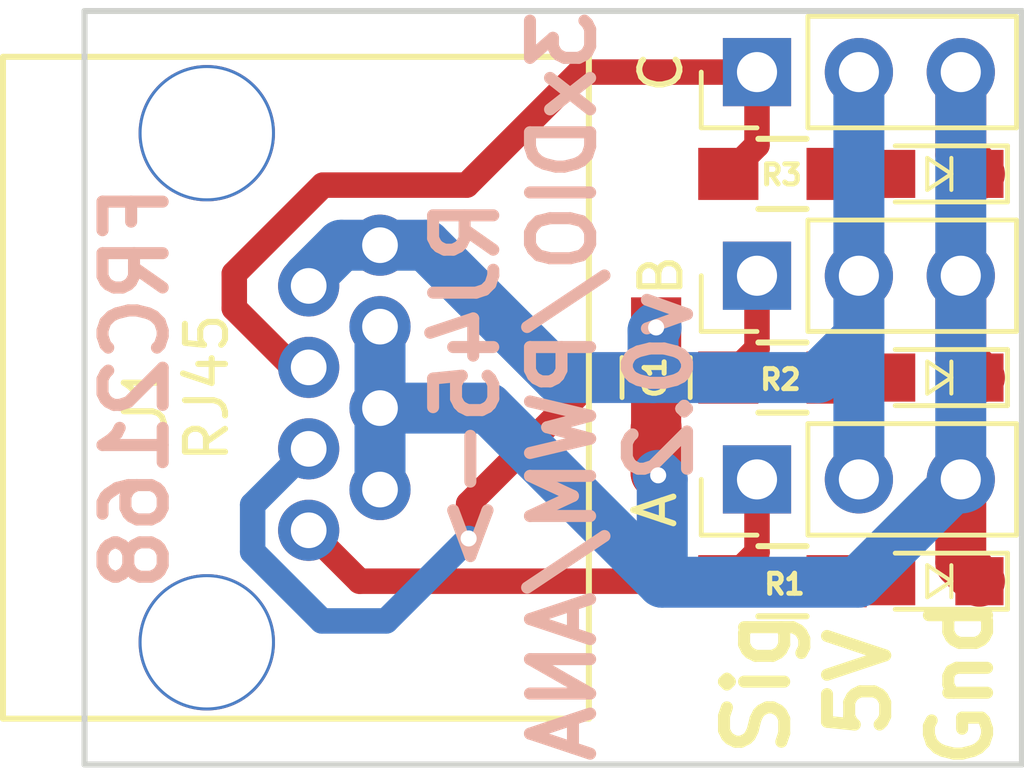
<source format=kicad_pcb>
(kicad_pcb (version 4) (host pcbnew 4.0.5)

  (general
    (links 23)
    (no_connects 0)
    (area 127.940999 89.840999 151.459001 108.787001)
    (thickness 1.6)
    (drawings 9)
    (tracks 65)
    (zones 0)
    (modules 11)
    (nets 9)
  )

  (page A4)
  (layers
    (0 F.Cu signal)
    (31 B.Cu signal)
    (32 B.Adhes user)
    (33 F.Adhes user)
    (34 B.Paste user)
    (35 F.Paste user)
    (36 B.SilkS user)
    (37 F.SilkS user)
    (38 B.Mask user)
    (39 F.Mask user)
    (40 Dwgs.User user)
    (41 Cmts.User user)
    (42 Eco1.User user)
    (43 Eco2.User user)
    (44 Edge.Cuts user)
    (45 Margin user)
    (46 B.CrtYd user)
    (47 F.CrtYd user)
    (48 B.Fab user)
    (49 F.Fab user)
  )

  (setup
    (last_trace_width 0.25)
    (trace_clearance 0.2)
    (zone_clearance 0.508)
    (zone_45_only no)
    (trace_min 0.2)
    (segment_width 0.2)
    (edge_width 0.15)
    (via_size 0.6)
    (via_drill 0.4)
    (via_min_size 0.4)
    (via_min_drill 0.3)
    (uvia_size 0.3)
    (uvia_drill 0.1)
    (uvias_allowed no)
    (uvia_min_size 0.2)
    (uvia_min_drill 0.1)
    (pcb_text_width 0.3)
    (pcb_text_size 1.5 1.5)
    (mod_edge_width 0.15)
    (mod_text_size 1 1)
    (mod_text_width 0.15)
    (pad_size 1.524 1.524)
    (pad_drill 0.762)
    (pad_to_mask_clearance 0.2)
    (aux_axis_origin 0 0)
    (visible_elements 7FFFFF7F)
    (pcbplotparams
      (layerselection 0x00030_80000001)
      (usegerberextensions false)
      (excludeedgelayer true)
      (linewidth 0.100000)
      (plotframeref false)
      (viasonmask false)
      (mode 1)
      (useauxorigin false)
      (hpglpennumber 1)
      (hpglpenspeed 20)
      (hpglpendiameter 15)
      (hpglpenoverlay 2)
      (psnegative false)
      (psa4output false)
      (plotreference true)
      (plotvalue true)
      (plotinvisibletext false)
      (padsonsilk false)
      (subtractmaskfromsilk false)
      (outputformat 1)
      (mirror false)
      (drillshape 1)
      (scaleselection 1)
      (outputdirectory ""))
  )

  (net 0 "")
  (net 1 C)
  (net 2 A)
  (net 3 B)
  (net 4 GND)
  (net 5 +5V)
  (net 6 "Net-(D1-Pad2)")
  (net 7 "Net-(D2-Pad2)")
  (net 8 "Net-(D3-Pad2)")

  (net_class Default "This is the default net class."
    (clearance 0.2)
    (trace_width 0.25)
    (via_dia 0.6)
    (via_drill 0.4)
    (uvia_dia 0.3)
    (uvia_drill 0.1)
  )

  (net_class Power ""
    (clearance 0.15)
    (trace_width 1.27)
    (via_dia 0.6)
    (via_drill 0.4)
    (uvia_dia 0.3)
    (uvia_drill 0.1)
    (add_net +5V)
    (add_net GND)
  )

  (net_class Signal ""
    (clearance 0.15)
    (trace_width 0.635)
    (via_dia 0.6)
    (via_drill 0.4)
    (uvia_dia 0.3)
    (uvia_drill 0.1)
    (add_net A)
    (add_net B)
    (add_net C)
    (add_net "Net-(D1-Pad2)")
    (add_net "Net-(D2-Pad2)")
    (add_net "Net-(D3-Pad2)")
  )

  (module RJ45:EJ45_RJHSE-5080 (layer F.Cu) (tedit 587A6311) (tstamp 5877212B)
    (at 131.064 92.964 270)
    (path /58772162)
    (fp_text reference J1 (at 6.604 1.524 270) (layer F.SilkS)
      (effects (font (size 1 1) (thickness 0.15)))
    )
    (fp_text value RJ45 (at 6.62178 -8.3312 270) (layer F.Fab)
      (effects (font (size 1 1) (thickness 0.15)))
    )
    (fp_text user RJ45 (at 6.35 0 270) (layer F.SilkS)
      (effects (font (size 1 1) (thickness 0.15)))
    )
    (fp_line (start 14.605 5.08) (end -1.905 5.08) (layer F.SilkS) (width 0.15))
    (fp_line (start -1.905 5.08) (end -1.905 -9.525) (layer F.SilkS) (width 0.15))
    (fp_line (start -1.905 -9.525) (end 14.605 -9.525) (layer F.SilkS) (width 0.15))
    (fp_line (start 14.605 -9.525) (end 14.605 5.08) (layer F.SilkS) (width 0.15))
    (pad 8 thru_hole circle (at 2.794 -4.318 270) (size 1.524 1.524) (drill 0.89) (layers *.Cu *.Mask)
      (net 5 +5V))
    (pad 7 thru_hole circle (at 3.81 -2.54 270) (size 1.524 1.524) (drill 0.89) (layers *.Cu *.Mask)
      (net 5 +5V))
    (pad 6 thru_hole circle (at 4.826 -4.318 270) (size 1.524 1.524) (drill 0.89) (layers *.Cu *.Mask)
      (net 4 GND))
    (pad 4 thru_hole circle (at 6.858 -4.318 270) (size 1.524 1.524) (drill 0.89) (layers *.Cu *.Mask)
      (net 4 GND))
    (pad 2 thru_hole circle (at 8.89 -4.318 270) (size 1.524 1.524) (drill 0.89) (layers *.Cu *.Mask)
      (net 4 GND))
    (pad 5 thru_hole circle (at 5.842 -2.54 270) (size 1.524 1.524) (drill 0.89) (layers *.Cu *.Mask)
      (net 1 C))
    (pad 3 thru_hole circle (at 7.874 -2.54 270) (size 1.524 1.524) (drill 0.89) (layers *.Cu *.Mask)
      (net 3 B))
    (pad 1 thru_hole circle (at 9.906 -2.54 270) (size 1.524 1.524) (drill 0.89) (layers *.Cu *.Mask)
      (net 2 A))
    (pad "" thru_hole circle (at 0 0 270) (size 3.4 3.4) (drill 3.25) (layers *.Cu *.Mask))
    (pad "" thru_hole circle (at 12.7 0 270) (size 3.4 3.4) (drill 3.25) (layers *.Cu *.Mask))
  )

  (module Pin_Headers:Pin_Header_Straight_1x03_Pitch2.54mm (layer F.Cu) (tedit 587A6302) (tstamp 58772132)
    (at 144.78 101.6 90)
    (descr "Through hole straight pin header, 1x03, 2.54mm pitch, single row")
    (tags "Through hole pin header THT 1x03 2.54mm single row")
    (path /58771F0A)
    (fp_text reference A (at -0.762 -2.54 270) (layer F.SilkS)
      (effects (font (size 1 1) (thickness 0.15)))
    )
    (fp_text value CONN_01X03 (at 0 7.47 90) (layer F.Fab) hide
      (effects (font (size 1 1) (thickness 0.15)))
    )
    (fp_line (start -1.27 -1.27) (end -1.27 6.35) (layer F.Fab) (width 0.1))
    (fp_line (start -1.27 6.35) (end 1.27 6.35) (layer F.Fab) (width 0.1))
    (fp_line (start 1.27 6.35) (end 1.27 -1.27) (layer F.Fab) (width 0.1))
    (fp_line (start 1.27 -1.27) (end -1.27 -1.27) (layer F.Fab) (width 0.1))
    (fp_line (start -1.39 1.27) (end -1.39 6.47) (layer F.SilkS) (width 0.12))
    (fp_line (start -1.39 6.47) (end 1.39 6.47) (layer F.SilkS) (width 0.12))
    (fp_line (start 1.39 6.47) (end 1.39 1.27) (layer F.SilkS) (width 0.12))
    (fp_line (start 1.39 1.27) (end -1.39 1.27) (layer F.SilkS) (width 0.12))
    (fp_line (start -1.39 0) (end -1.39 -1.39) (layer F.SilkS) (width 0.12))
    (fp_line (start -1.39 -1.39) (end 0 -1.39) (layer F.SilkS) (width 0.12))
    (fp_line (start -1.6 -1.6) (end -1.6 6.6) (layer F.CrtYd) (width 0.05))
    (fp_line (start -1.6 6.6) (end 1.6 6.6) (layer F.CrtYd) (width 0.05))
    (fp_line (start 1.6 6.6) (end 1.6 -1.6) (layer F.CrtYd) (width 0.05))
    (fp_line (start 1.6 -1.6) (end -1.6 -1.6) (layer F.CrtYd) (width 0.05))
    (pad 1 thru_hole rect (at 0 0 90) (size 1.7 1.7) (drill 1) (layers *.Cu *.Mask)
      (net 2 A))
    (pad 2 thru_hole oval (at 0 2.54 90) (size 1.7 1.7) (drill 1) (layers *.Cu *.Mask)
      (net 5 +5V))
    (pad 3 thru_hole oval (at 0 5.08 90) (size 1.7 1.7) (drill 1) (layers *.Cu *.Mask)
      (net 4 GND))
    (model Pin_Headers.3dshapes/Pin_Header_Straight_1x03_Pitch2.54mm.wrl
      (at (xyz 0 -0.1 0))
      (scale (xyz 1 1 1))
      (rotate (xyz 0 0 90))
    )
  )

  (module Pin_Headers:Pin_Header_Straight_1x03_Pitch2.54mm (layer F.Cu) (tedit 587A6306) (tstamp 58772139)
    (at 144.78 96.52 90)
    (descr "Through hole straight pin header, 1x03, 2.54mm pitch, single row")
    (tags "Through hole pin header THT 1x03 2.54mm single row")
    (path /587720B6)
    (fp_text reference B (at 0 -2.39 270) (layer F.SilkS)
      (effects (font (size 1 1) (thickness 0.15)))
    )
    (fp_text value CONN_01X03 (at 0 7.47 90) (layer F.Fab) hide
      (effects (font (size 1 1) (thickness 0.15)))
    )
    (fp_line (start -1.27 -1.27) (end -1.27 6.35) (layer F.Fab) (width 0.1))
    (fp_line (start -1.27 6.35) (end 1.27 6.35) (layer F.Fab) (width 0.1))
    (fp_line (start 1.27 6.35) (end 1.27 -1.27) (layer F.Fab) (width 0.1))
    (fp_line (start 1.27 -1.27) (end -1.27 -1.27) (layer F.Fab) (width 0.1))
    (fp_line (start -1.39 1.27) (end -1.39 6.47) (layer F.SilkS) (width 0.12))
    (fp_line (start -1.39 6.47) (end 1.39 6.47) (layer F.SilkS) (width 0.12))
    (fp_line (start 1.39 6.47) (end 1.39 1.27) (layer F.SilkS) (width 0.12))
    (fp_line (start 1.39 1.27) (end -1.39 1.27) (layer F.SilkS) (width 0.12))
    (fp_line (start -1.39 0) (end -1.39 -1.39) (layer F.SilkS) (width 0.12))
    (fp_line (start -1.39 -1.39) (end 0 -1.39) (layer F.SilkS) (width 0.12))
    (fp_line (start -1.6 -1.6) (end -1.6 6.6) (layer F.CrtYd) (width 0.05))
    (fp_line (start -1.6 6.6) (end 1.6 6.6) (layer F.CrtYd) (width 0.05))
    (fp_line (start 1.6 6.6) (end 1.6 -1.6) (layer F.CrtYd) (width 0.05))
    (fp_line (start 1.6 -1.6) (end -1.6 -1.6) (layer F.CrtYd) (width 0.05))
    (pad 1 thru_hole rect (at 0 0 90) (size 1.7 1.7) (drill 1) (layers *.Cu *.Mask)
      (net 3 B))
    (pad 2 thru_hole oval (at 0 2.54 90) (size 1.7 1.7) (drill 1) (layers *.Cu *.Mask)
      (net 5 +5V))
    (pad 3 thru_hole oval (at 0 5.08 90) (size 1.7 1.7) (drill 1) (layers *.Cu *.Mask)
      (net 4 GND))
    (model Pin_Headers.3dshapes/Pin_Header_Straight_1x03_Pitch2.54mm.wrl
      (at (xyz 0 -0.1 0))
      (scale (xyz 1 1 1))
      (rotate (xyz 0 0 90))
    )
  )

  (module Pin_Headers:Pin_Header_Straight_1x03_Pitch2.54mm (layer F.Cu) (tedit 587A6308) (tstamp 58772140)
    (at 144.78 91.44 90)
    (descr "Through hole straight pin header, 1x03, 2.54mm pitch, single row")
    (tags "Through hole pin header THT 1x03 2.54mm single row")
    (path /587720E2)
    (fp_text reference C (at 0 -2.39 270) (layer F.SilkS)
      (effects (font (size 1 1) (thickness 0.15)))
    )
    (fp_text value CONN_01X03 (at 0 7.47 90) (layer F.Fab) hide
      (effects (font (size 1 1) (thickness 0.15)))
    )
    (fp_line (start -1.27 -1.27) (end -1.27 6.35) (layer F.Fab) (width 0.1))
    (fp_line (start -1.27 6.35) (end 1.27 6.35) (layer F.Fab) (width 0.1))
    (fp_line (start 1.27 6.35) (end 1.27 -1.27) (layer F.Fab) (width 0.1))
    (fp_line (start 1.27 -1.27) (end -1.27 -1.27) (layer F.Fab) (width 0.1))
    (fp_line (start -1.39 1.27) (end -1.39 6.47) (layer F.SilkS) (width 0.12))
    (fp_line (start -1.39 6.47) (end 1.39 6.47) (layer F.SilkS) (width 0.12))
    (fp_line (start 1.39 6.47) (end 1.39 1.27) (layer F.SilkS) (width 0.12))
    (fp_line (start 1.39 1.27) (end -1.39 1.27) (layer F.SilkS) (width 0.12))
    (fp_line (start -1.39 0) (end -1.39 -1.39) (layer F.SilkS) (width 0.12))
    (fp_line (start -1.39 -1.39) (end 0 -1.39) (layer F.SilkS) (width 0.12))
    (fp_line (start -1.6 -1.6) (end -1.6 6.6) (layer F.CrtYd) (width 0.05))
    (fp_line (start -1.6 6.6) (end 1.6 6.6) (layer F.CrtYd) (width 0.05))
    (fp_line (start 1.6 6.6) (end 1.6 -1.6) (layer F.CrtYd) (width 0.05))
    (fp_line (start 1.6 -1.6) (end -1.6 -1.6) (layer F.CrtYd) (width 0.05))
    (pad 1 thru_hole rect (at 0 0 90) (size 1.7 1.7) (drill 1) (layers *.Cu *.Mask)
      (net 1 C))
    (pad 2 thru_hole oval (at 0 2.54 90) (size 1.7 1.7) (drill 1) (layers *.Cu *.Mask)
      (net 5 +5V))
    (pad 3 thru_hole oval (at 0 5.08 90) (size 1.7 1.7) (drill 1) (layers *.Cu *.Mask)
      (net 4 GND))
    (model Pin_Headers.3dshapes/Pin_Header_Straight_1x03_Pitch2.54mm.wrl
      (at (xyz 0 -0.1 0))
      (scale (xyz 1 1 1))
      (rotate (xyz 0 0 90))
    )
  )

  (module Capacitors_SMD:C_0805_HandSoldering (layer F.Cu) (tedit 587A637E) (tstamp 587A5228)
    (at 142.2654 99.06 270)
    (descr "Capacitor SMD 0805, hand soldering")
    (tags "capacitor 0805")
    (path /587A4F18)
    (attr smd)
    (fp_text reference C1 (at 0 0.0254 270) (layer F.SilkS)
      (effects (font (size 0.5 0.5) (thickness 0.125)))
    )
    (fp_text value C (at 0 1.2954 270) (layer F.SilkS) hide
      (effects (font (size 0.5 0.5) (thickness 0.125)))
    )
    (fp_line (start -1 0.625) (end -1 -0.625) (layer F.Fab) (width 0.1))
    (fp_line (start 1 0.625) (end -1 0.625) (layer F.Fab) (width 0.1))
    (fp_line (start 1 -0.625) (end 1 0.625) (layer F.Fab) (width 0.1))
    (fp_line (start -1 -0.625) (end 1 -0.625) (layer F.Fab) (width 0.1))
    (fp_line (start -2.3 -1) (end 2.3 -1) (layer F.CrtYd) (width 0.05))
    (fp_line (start -2.3 1) (end 2.3 1) (layer F.CrtYd) (width 0.05))
    (fp_line (start -2.3 -1) (end -2.3 1) (layer F.CrtYd) (width 0.05))
    (fp_line (start 2.3 -1) (end 2.3 1) (layer F.CrtYd) (width 0.05))
    (fp_line (start 0.5 -0.85) (end -0.5 -0.85) (layer F.SilkS) (width 0.12))
    (fp_line (start -0.5 0.85) (end 0.5 0.85) (layer F.SilkS) (width 0.12))
    (pad 1 smd rect (at -1.25 0 270) (size 1.5 1.25) (layers F.Cu F.Paste F.Mask)
      (net 5 +5V))
    (pad 2 smd rect (at 1.25 0 270) (size 1.5 1.25) (layers F.Cu F.Paste F.Mask)
      (net 4 GND))
    (model Capacitors_SMD.3dshapes/C_0805_HandSoldering.wrl
      (at (xyz 0 0 0))
      (scale (xyz 1 1 1))
      (rotate (xyz 0 0 0))
    )
  )

  (module Resistors_SMD:R_0805_HandSoldering (layer F.Cu) (tedit 587A5835) (tstamp 587A5240)
    (at 145.415 104.14 180)
    (descr "Resistor SMD 0805, hand soldering")
    (tags "resistor 0805")
    (path /587A5150)
    (attr smd)
    (fp_text reference R1 (at -0.0508 -0.0762 180) (layer F.SilkS)
      (effects (font (size 0.5 0.5) (thickness 0.125)))
    )
    (fp_text value R (at 0 2.1 180) (layer F.Fab) hide
      (effects (font (size 1 1) (thickness 0.15)))
    )
    (fp_line (start -1 0.625) (end -1 -0.625) (layer F.Fab) (width 0.1))
    (fp_line (start 1 0.625) (end -1 0.625) (layer F.Fab) (width 0.1))
    (fp_line (start 1 -0.625) (end 1 0.625) (layer F.Fab) (width 0.1))
    (fp_line (start -1 -0.625) (end 1 -0.625) (layer F.Fab) (width 0.1))
    (fp_line (start -2.4 -1) (end 2.4 -1) (layer F.CrtYd) (width 0.05))
    (fp_line (start -2.4 1) (end 2.4 1) (layer F.CrtYd) (width 0.05))
    (fp_line (start -2.4 -1) (end -2.4 1) (layer F.CrtYd) (width 0.05))
    (fp_line (start 2.4 -1) (end 2.4 1) (layer F.CrtYd) (width 0.05))
    (fp_line (start 0.6 0.875) (end -0.6 0.875) (layer F.SilkS) (width 0.15))
    (fp_line (start -0.6 -0.875) (end 0.6 -0.875) (layer F.SilkS) (width 0.15))
    (pad 1 smd rect (at -1.35 0 180) (size 1.5 1.3) (layers F.Cu F.Paste F.Mask)
      (net 6 "Net-(D1-Pad2)"))
    (pad 2 smd rect (at 1.35 0 180) (size 1.5 1.3) (layers F.Cu F.Paste F.Mask)
      (net 2 A))
    (model Resistors_SMD.3dshapes/R_0805_HandSoldering.wrl
      (at (xyz 0 0 0))
      (scale (xyz 1 1 1))
      (rotate (xyz 0 0 0))
    )
  )

  (module Resistors_SMD:R_0805_HandSoldering (layer F.Cu) (tedit 587A592E) (tstamp 587A5246)
    (at 145.415 99.06 180)
    (descr "Resistor SMD 0805, hand soldering")
    (tags "resistor 0805")
    (path /587A52E7)
    (attr smd)
    (fp_text reference R2 (at 0.0508 -0.0508 180) (layer F.SilkS)
      (effects (font (size 0.5 0.5) (thickness 0.125)))
    )
    (fp_text value R (at 0 2.1 180) (layer F.Fab) hide
      (effects (font (size 1 1) (thickness 0.15)))
    )
    (fp_line (start -1 0.625) (end -1 -0.625) (layer F.Fab) (width 0.1))
    (fp_line (start 1 0.625) (end -1 0.625) (layer F.Fab) (width 0.1))
    (fp_line (start 1 -0.625) (end 1 0.625) (layer F.Fab) (width 0.1))
    (fp_line (start -1 -0.625) (end 1 -0.625) (layer F.Fab) (width 0.1))
    (fp_line (start -2.4 -1) (end 2.4 -1) (layer F.CrtYd) (width 0.05))
    (fp_line (start -2.4 1) (end 2.4 1) (layer F.CrtYd) (width 0.05))
    (fp_line (start -2.4 -1) (end -2.4 1) (layer F.CrtYd) (width 0.05))
    (fp_line (start 2.4 -1) (end 2.4 1) (layer F.CrtYd) (width 0.05))
    (fp_line (start 0.6 0.875) (end -0.6 0.875) (layer F.SilkS) (width 0.15))
    (fp_line (start -0.6 -0.875) (end 0.6 -0.875) (layer F.SilkS) (width 0.15))
    (pad 1 smd rect (at -1.35 0 180) (size 1.5 1.3) (layers F.Cu F.Paste F.Mask)
      (net 7 "Net-(D2-Pad2)"))
    (pad 2 smd rect (at 1.35 0 180) (size 1.5 1.3) (layers F.Cu F.Paste F.Mask)
      (net 3 B))
    (model Resistors_SMD.3dshapes/R_0805_HandSoldering.wrl
      (at (xyz 0 0 0))
      (scale (xyz 1 1 1))
      (rotate (xyz 0 0 0))
    )
  )

  (module Resistors_SMD:R_0805_HandSoldering (layer F.Cu) (tedit 587A5928) (tstamp 587A524C)
    (at 145.415 93.98 180)
    (descr "Resistor SMD 0805, hand soldering")
    (tags "resistor 0805")
    (path /587A53BE)
    (attr smd)
    (fp_text reference R3 (at 0.0254 -0.0254 180) (layer F.SilkS)
      (effects (font (size 0.5 0.5) (thickness 0.125)))
    )
    (fp_text value R (at 0 2.1 180) (layer F.Fab) hide
      (effects (font (size 1 1) (thickness 0.15)))
    )
    (fp_line (start -1 0.625) (end -1 -0.625) (layer F.Fab) (width 0.1))
    (fp_line (start 1 0.625) (end -1 0.625) (layer F.Fab) (width 0.1))
    (fp_line (start 1 -0.625) (end 1 0.625) (layer F.Fab) (width 0.1))
    (fp_line (start -1 -0.625) (end 1 -0.625) (layer F.Fab) (width 0.1))
    (fp_line (start -2.4 -1) (end 2.4 -1) (layer F.CrtYd) (width 0.05))
    (fp_line (start -2.4 1) (end 2.4 1) (layer F.CrtYd) (width 0.05))
    (fp_line (start -2.4 -1) (end -2.4 1) (layer F.CrtYd) (width 0.05))
    (fp_line (start 2.4 -1) (end 2.4 1) (layer F.CrtYd) (width 0.05))
    (fp_line (start 0.6 0.875) (end -0.6 0.875) (layer F.SilkS) (width 0.15))
    (fp_line (start -0.6 -0.875) (end 0.6 -0.875) (layer F.SilkS) (width 0.15))
    (pad 1 smd rect (at -1.35 0 180) (size 1.5 1.3) (layers F.Cu F.Paste F.Mask)
      (net 8 "Net-(D3-Pad2)"))
    (pad 2 smd rect (at 1.35 0 180) (size 1.5 1.3) (layers F.Cu F.Paste F.Mask)
      (net 1 C))
    (model Resistors_SMD.3dshapes/R_0805_HandSoldering.wrl
      (at (xyz 0 0 0))
      (scale (xyz 1 1 1))
      (rotate (xyz 0 0 0))
    )
  )

  (module RJ45:LED_0805_SILK (layer F.Cu) (tedit 587A58A1) (tstamp 587A523A)
    (at 149.225 93.98 180)
    (descr "LED 0805 smd package")
    (tags "LED led 0805 SMD smd SMT smt smdled SMDLED smtled SMTLED")
    (path /587A536E)
    (attr smd)
    (fp_text reference D3 (at 0 -1.45 180) (layer F.SilkS) hide
      (effects (font (size 1 1) (thickness 0.15)))
    )
    (fp_text value LED (at 0 1.55 180) (layer F.Fab) hide
      (effects (font (size 1 1) (thickness 0.15)))
    )
    (fp_line (start -1.8 -0.7) (end -1.8 0.7) (layer F.SilkS) (width 0.12))
    (fp_line (start -0.4 -0.4) (end -0.4 0.4) (layer F.SilkS) (width 0.1))
    (fp_line (start -0.4 0) (end 0.2 -0.4) (layer F.SilkS) (width 0.1))
    (fp_line (start 0.2 0.4) (end -0.4 0) (layer F.SilkS) (width 0.1))
    (fp_line (start 0.2 -0.4) (end 0.2 0.4) (layer F.SilkS) (width 0.1))
    (fp_line (start 1 0.6) (end -1 0.6) (layer F.Fab) (width 0.1))
    (fp_line (start 1 -0.6) (end 1 0.6) (layer F.Fab) (width 0.1))
    (fp_line (start -1 -0.6) (end 1 -0.6) (layer F.Fab) (width 0.1))
    (fp_line (start -1 0.6) (end -1 -0.6) (layer F.Fab) (width 0.1))
    (fp_line (start -1.8 0.7) (end 1 0.7) (layer F.SilkS) (width 0.12))
    (fp_line (start -1.8 -0.7) (end 1 -0.7) (layer F.SilkS) (width 0.12))
    (fp_line (start 1.95 -0.85) (end 1.95 0.85) (layer F.CrtYd) (width 0.05))
    (fp_line (start 1.95 0.85) (end -1.95 0.85) (layer F.CrtYd) (width 0.05))
    (fp_line (start -1.95 0.85) (end -1.95 -0.85) (layer F.CrtYd) (width 0.05))
    (fp_line (start -1.95 -0.85) (end 1.95 -0.85) (layer F.CrtYd) (width 0.05))
    (pad 2 smd rect (at 1.1 0) (size 1.2 1.2) (layers F.Cu F.Paste F.Mask)
      (net 8 "Net-(D3-Pad2)"))
    (pad 1 smd rect (at -1.1 0) (size 1.2 1.2) (layers F.Cu F.Paste F.Mask)
      (net 4 GND))
    (model LEDs.3dshapes/LED_0805.wrl
      (at (xyz 0 0 0))
      (scale (xyz 1 1 1))
      (rotate (xyz 0 0 180))
    )
  )

  (module RJ45:LED_0805_SILK (layer F.Cu) (tedit 587A58A1) (tstamp 587A5234)
    (at 149.225 99.06 180)
    (descr "LED 0805 smd package")
    (tags "LED led 0805 SMD smd SMT smt smdled SMDLED smtled SMTLED")
    (path /587A532B)
    (attr smd)
    (fp_text reference D2 (at 0 -1.45 180) (layer F.SilkS) hide
      (effects (font (size 1 1) (thickness 0.15)))
    )
    (fp_text value LED (at 0 1.55 180) (layer F.Fab) hide
      (effects (font (size 1 1) (thickness 0.15)))
    )
    (fp_line (start -1.8 -0.7) (end -1.8 0.7) (layer F.SilkS) (width 0.12))
    (fp_line (start -0.4 -0.4) (end -0.4 0.4) (layer F.SilkS) (width 0.1))
    (fp_line (start -0.4 0) (end 0.2 -0.4) (layer F.SilkS) (width 0.1))
    (fp_line (start 0.2 0.4) (end -0.4 0) (layer F.SilkS) (width 0.1))
    (fp_line (start 0.2 -0.4) (end 0.2 0.4) (layer F.SilkS) (width 0.1))
    (fp_line (start 1 0.6) (end -1 0.6) (layer F.Fab) (width 0.1))
    (fp_line (start 1 -0.6) (end 1 0.6) (layer F.Fab) (width 0.1))
    (fp_line (start -1 -0.6) (end 1 -0.6) (layer F.Fab) (width 0.1))
    (fp_line (start -1 0.6) (end -1 -0.6) (layer F.Fab) (width 0.1))
    (fp_line (start -1.8 0.7) (end 1 0.7) (layer F.SilkS) (width 0.12))
    (fp_line (start -1.8 -0.7) (end 1 -0.7) (layer F.SilkS) (width 0.12))
    (fp_line (start 1.95 -0.85) (end 1.95 0.85) (layer F.CrtYd) (width 0.05))
    (fp_line (start 1.95 0.85) (end -1.95 0.85) (layer F.CrtYd) (width 0.05))
    (fp_line (start -1.95 0.85) (end -1.95 -0.85) (layer F.CrtYd) (width 0.05))
    (fp_line (start -1.95 -0.85) (end 1.95 -0.85) (layer F.CrtYd) (width 0.05))
    (pad 2 smd rect (at 1.1 0) (size 1.2 1.2) (layers F.Cu F.Paste F.Mask)
      (net 7 "Net-(D2-Pad2)"))
    (pad 1 smd rect (at -1.1 0) (size 1.2 1.2) (layers F.Cu F.Paste F.Mask)
      (net 4 GND))
    (model LEDs.3dshapes/LED_0805.wrl
      (at (xyz 0 0 0))
      (scale (xyz 1 1 1))
      (rotate (xyz 0 0 180))
    )
  )

  (module RJ45:LED_0805_SILK (layer F.Cu) (tedit 587A58A1) (tstamp 587A522E)
    (at 149.225 104.14 180)
    (descr "LED 0805 smd package")
    (tags "LED led 0805 SMD smd SMT smt smdled SMDLED smtled SMTLED")
    (path /587A5183)
    (attr smd)
    (fp_text reference D1 (at 0 -1.45 180) (layer F.SilkS) hide
      (effects (font (size 1 1) (thickness 0.15)))
    )
    (fp_text value LED (at 0 1.55 180) (layer F.Fab) hide
      (effects (font (size 1 1) (thickness 0.15)))
    )
    (fp_line (start -1.8 -0.7) (end -1.8 0.7) (layer F.SilkS) (width 0.12))
    (fp_line (start -0.4 -0.4) (end -0.4 0.4) (layer F.SilkS) (width 0.1))
    (fp_line (start -0.4 0) (end 0.2 -0.4) (layer F.SilkS) (width 0.1))
    (fp_line (start 0.2 0.4) (end -0.4 0) (layer F.SilkS) (width 0.1))
    (fp_line (start 0.2 -0.4) (end 0.2 0.4) (layer F.SilkS) (width 0.1))
    (fp_line (start 1 0.6) (end -1 0.6) (layer F.Fab) (width 0.1))
    (fp_line (start 1 -0.6) (end 1 0.6) (layer F.Fab) (width 0.1))
    (fp_line (start -1 -0.6) (end 1 -0.6) (layer F.Fab) (width 0.1))
    (fp_line (start -1 0.6) (end -1 -0.6) (layer F.Fab) (width 0.1))
    (fp_line (start -1.8 0.7) (end 1 0.7) (layer F.SilkS) (width 0.12))
    (fp_line (start -1.8 -0.7) (end 1 -0.7) (layer F.SilkS) (width 0.12))
    (fp_line (start 1.95 -0.85) (end 1.95 0.85) (layer F.CrtYd) (width 0.05))
    (fp_line (start 1.95 0.85) (end -1.95 0.85) (layer F.CrtYd) (width 0.05))
    (fp_line (start -1.95 0.85) (end -1.95 -0.85) (layer F.CrtYd) (width 0.05))
    (fp_line (start -1.95 -0.85) (end 1.95 -0.85) (layer F.CrtYd) (width 0.05))
    (pad 2 smd rect (at 1.1 0) (size 1.2 1.2) (layers F.Cu F.Paste F.Mask)
      (net 6 "Net-(D1-Pad2)"))
    (pad 1 smd rect (at -1.1 0) (size 1.2 1.2) (layers F.Cu F.Paste F.Mask)
      (net 4 GND))
    (model LEDs.3dshapes/LED_0805.wrl
      (at (xyz 0 0 0))
      (scale (xyz 1 1 1))
      (rotate (xyz 0 0 180))
    )
  )

  (gr_text FRC2168 (at 129.286 99.314 90) (layer B.SilkS)
    (effects (font (size 1.5 1.5) (thickness 0.3)) (justify mirror))
  )
  (gr_line (start 151.384 89.916) (end 128.016 89.916) (angle 90) (layer Edge.Cuts) (width 0.15))
  (gr_line (start 151.384 108.712) (end 151.384 89.916) (angle 90) (layer Edge.Cuts) (width 0.15))
  (gr_line (start 128.016 108.712) (end 151.384 108.712) (angle 90) (layer Edge.Cuts) (width 0.15))
  (gr_line (start 128.016 89.916) (end 128.016 108.712) (angle 90) (layer Edge.Cuts) (width 0.15))
  (gr_text Gnd (at 149.86 106.68 90) (layer F.SilkS)
    (effects (font (size 1.45 1.45) (thickness 0.3)))
  )
  (gr_text "\nRJ45->\n3xDIO/PWM/ANA\nv0.2" (at 138.7348 99.2632 90) (layer B.SilkS)
    (effects (font (size 1.5 1.5) (thickness 0.3)) (justify mirror))
  )
  (gr_text Sig (at 144.78 106.68 90) (layer F.SilkS)
    (effects (font (size 1.5 1.5) (thickness 0.3)))
  )
  (gr_text 5V (at 147.32 106.68 90) (layer F.SilkS)
    (effects (font (size 1.45 1.45) (thickness 0.3)))
  )

  (segment (start 133.604 98.806) (end 133.223 98.806) (width 0.635) (layer F.Cu) (net 1))
  (segment (start 133.223 98.806) (end 131.7498 97.3328) (width 0.635) (layer F.Cu) (net 1) (tstamp 587A54C6))
  (segment (start 131.7498 97.3328) (end 131.7498 96.4692) (width 0.635) (layer F.Cu) (net 1) (tstamp 587A54C8))
  (segment (start 131.7498 96.4692) (end 133.9596 94.2594) (width 0.635) (layer F.Cu) (net 1) (tstamp 587A54C9))
  (segment (start 133.9596 94.2594) (end 137.541 94.2594) (width 0.635) (layer F.Cu) (net 1) (tstamp 587A54CB))
  (segment (start 137.541 94.2594) (end 140.3604 91.44) (width 0.635) (layer F.Cu) (net 1) (tstamp 587A54D1))
  (segment (start 140.3604 91.44) (end 144.78 91.44) (width 0.635) (layer F.Cu) (net 1) (tstamp 587A54D5))
  (segment (start 144.78 91.44) (end 144.78 93.265) (width 0.635) (layer F.Cu) (net 1))
  (segment (start 144.78 93.265) (end 144.065 93.98) (width 0.635) (layer F.Cu) (net 1) (tstamp 587A5474))
  (segment (start 144.065 104.14) (end 134.874 104.14) (width 0.635) (layer F.Cu) (net 2))
  (segment (start 134.874 104.14) (end 133.604 102.87) (width 0.635) (layer F.Cu) (net 2) (tstamp 587A54AE))
  (segment (start 133.604 102.87) (end 133.604 102.9716) (width 0.635) (layer F.Cu) (net 2))
  (segment (start 133.604 102.9716) (end 133.858 103.2256) (width 0.635) (layer F.Cu) (net 2) (tstamp 587A5483))
  (segment (start 144.78 101.6) (end 144.78 103.425) (width 0.635) (layer F.Cu) (net 2))
  (segment (start 144.78 103.425) (end 144.065 104.14) (width 0.635) (layer F.Cu) (net 2) (tstamp 587A547A))
  (segment (start 144.78 103.425) (end 144.065 104.14) (width 0.635) (layer F.Cu) (net 2) (tstamp 587A5354))
  (segment (start 144.065 99.06) (end 140.7414 99.06) (width 0.635) (layer F.Cu) (net 3))
  (segment (start 132.207 102.235) (end 133.604 100.838) (width 0.635) (layer B.Cu) (net 3) (tstamp 587A5769))
  (segment (start 132.207 103.4034) (end 132.207 102.235) (width 0.635) (layer B.Cu) (net 3) (tstamp 587A5767))
  (segment (start 133.9342 105.1306) (end 132.207 103.4034) (width 0.635) (layer B.Cu) (net 3) (tstamp 587A5765))
  (segment (start 135.5344 105.1306) (end 133.9342 105.1306) (width 0.635) (layer B.Cu) (net 3) (tstamp 587A5763))
  (segment (start 137.5918 103.0732) (end 135.5344 105.1306) (width 0.635) (layer B.Cu) (net 3) (tstamp 587A5762))
  (via (at 137.5918 103.0732) (size 0.6) (drill 0.4) (layers F.Cu B.Cu) (net 3))
  (segment (start 137.5918 102.2096) (end 137.5918 103.0732) (width 0.635) (layer F.Cu) (net 3) (tstamp 587A575C))
  (segment (start 140.7414 99.06) (end 137.5918 102.2096) (width 0.635) (layer F.Cu) (net 3) (tstamp 587A5759))
  (segment (start 133.604 100.838) (end 133.2992 100.838) (width 0.635) (layer B.Cu) (net 3))
  (segment (start 144.78 96.52) (end 144.78 98.345) (width 0.635) (layer F.Cu) (net 3))
  (segment (start 144.78 98.345) (end 144.065 99.06) (width 0.635) (layer F.Cu) (net 3) (tstamp 587A5477))
  (segment (start 144.78 98.345) (end 144.065 99.06) (width 0.635) (layer F.Cu) (net 3) (tstamp 587A5368))
  (segment (start 142.2654 100.31) (end 142.2654 101.4476) (width 1.27) (layer F.Cu) (net 4))
  (segment (start 142.4178 101.6) (end 142.4178 104.1654) (width 1.27) (layer B.Cu) (net 4) (tstamp 587A573C))
  (segment (start 142.3162 101.4984) (end 142.4178 101.6) (width 1.27) (layer B.Cu) (net 4) (tstamp 587A573B))
  (via (at 142.3162 101.4984) (size 0.6) (drill 0.4) (layers F.Cu B.Cu) (net 4))
  (segment (start 142.2654 101.4476) (end 142.3162 101.4984) (width 1.27) (layer F.Cu) (net 4) (tstamp 587A572E))
  (segment (start 135.382 99.822) (end 138.0744 99.822) (width 1.27) (layer B.Cu) (net 4))
  (segment (start 147.2946 104.1654) (end 149.86 101.6) (width 1.27) (layer B.Cu) (net 4) (tstamp 587A5550))
  (segment (start 142.4178 104.1654) (end 147.2946 104.1654) (width 1.27) (layer B.Cu) (net 4) (tstamp 587A554A))
  (segment (start 138.0744 99.822) (end 142.4178 104.1654) (width 1.27) (layer B.Cu) (net 4) (tstamp 587A553F))
  (segment (start 149.86 91.44) (end 149.86 93.515) (width 1.27) (layer F.Cu) (net 4))
  (segment (start 149.86 93.515) (end 150.325 93.98) (width 1.27) (layer F.Cu) (net 4) (tstamp 587A5471))
  (segment (start 149.86 96.52) (end 149.86 98.595) (width 1.27) (layer F.Cu) (net 4))
  (segment (start 149.86 98.595) (end 150.325 99.06) (width 1.27) (layer F.Cu) (net 4) (tstamp 587A546E))
  (segment (start 149.86 101.6) (end 149.86 103.675) (width 1.27) (layer F.Cu) (net 4))
  (segment (start 149.86 103.675) (end 150.325 104.14) (width 1.27) (layer F.Cu) (net 4) (tstamp 587A546A))
  (segment (start 149.86 96.52) (end 149.86 91.44) (width 1.27) (layer B.Cu) (net 4))
  (segment (start 149.86 101.6) (end 149.86 96.52) (width 1.27) (layer B.Cu) (net 4))
  (segment (start 135.382 99.822) (end 135.382 101.854) (width 1.27) (layer B.Cu) (net 4))
  (segment (start 135.382 97.79) (end 135.382 99.822) (width 1.27) (layer B.Cu) (net 4))
  (via (at 142.2654 97.81) (size 0.6) (drill 0.4) (layers F.Cu B.Cu) (net 5))
  (segment (start 142.1892 99.06) (end 142.1892 97.8862) (width 1.27) (layer B.Cu) (net 5) (tstamp 587A571C))
  (segment (start 142.1892 97.8862) (end 142.2654 97.81) (width 1.27) (layer B.Cu) (net 5) (tstamp 587A571B))
  (segment (start 135.382 95.758) (end 136.525 95.758) (width 1.27) (layer B.Cu) (net 5))
  (segment (start 146.304 99.06) (end 147.32 98.044) (width 1.27) (layer B.Cu) (net 5) (tstamp 587A5521))
  (segment (start 139.827 99.06) (end 142.1892 99.06) (width 1.27) (layer B.Cu) (net 5) (tstamp 587A551D))
  (segment (start 142.1892 99.06) (end 146.304 99.06) (width 1.27) (layer B.Cu) (net 5) (tstamp 587A5723))
  (segment (start 136.525 95.758) (end 139.827 99.06) (width 1.27) (layer B.Cu) (net 5) (tstamp 587A5517))
  (segment (start 147.32 96.52) (end 147.32 98.044) (width 1.27) (layer B.Cu) (net 5))
  (segment (start 147.32 98.044) (end 147.32 101.6) (width 1.27) (layer B.Cu) (net 5) (tstamp 587A5524))
  (segment (start 147.32 91.44) (end 147.32 96.52) (width 1.27) (layer B.Cu) (net 5))
  (segment (start 133.604 96.774) (end 133.604 96.5708) (width 1.27) (layer B.Cu) (net 5))
  (segment (start 133.604 96.5708) (end 134.4168 95.758) (width 1.27) (layer B.Cu) (net 5) (tstamp 587A542D))
  (segment (start 134.4168 95.758) (end 135.382 95.758) (width 1.27) (layer B.Cu) (net 5) (tstamp 587A542F))
  (segment (start 146.765 104.14) (end 148.125 104.14) (width 0.25) (layer F.Cu) (net 6))
  (segment (start 146.765 99.06) (end 148.125 99.06) (width 0.25) (layer F.Cu) (net 7))
  (segment (start 148.125 93.98) (end 146.765 93.98) (width 0.635) (layer F.Cu) (net 8))

)

</source>
